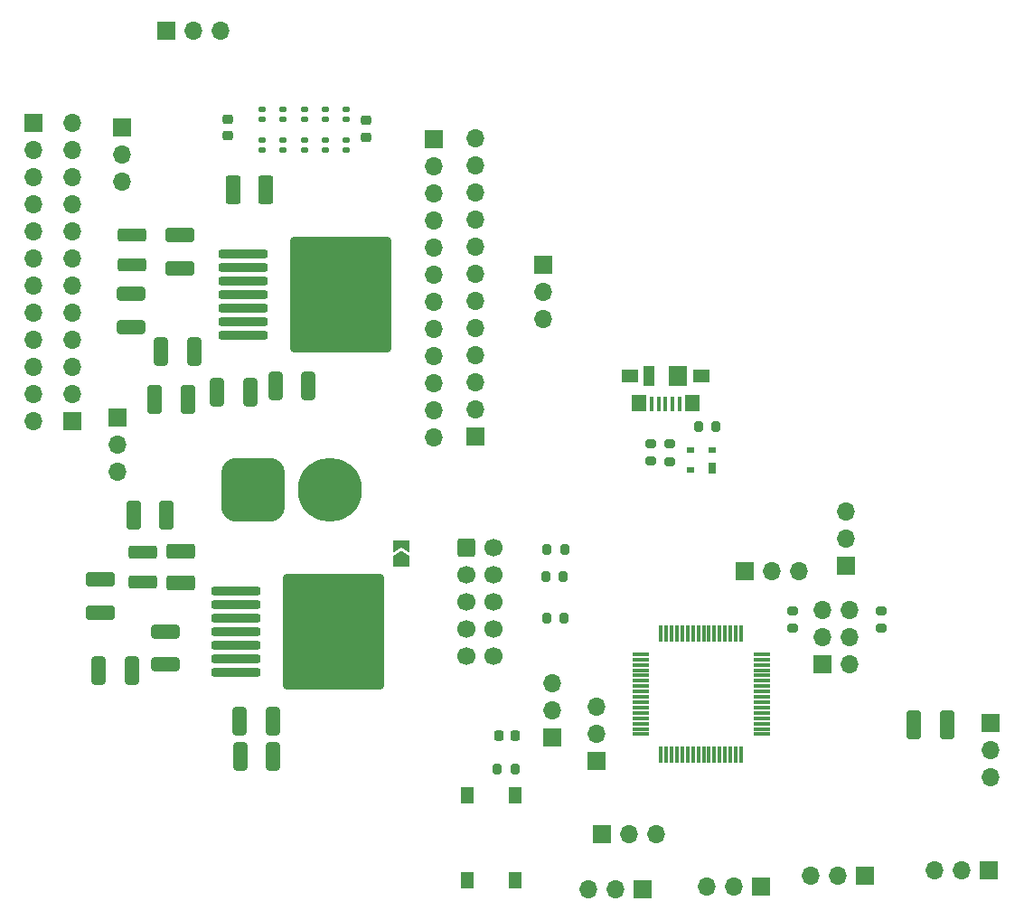
<source format=gbr>
%TF.GenerationSoftware,KiCad,Pcbnew,7.0.10*%
%TF.CreationDate,2024-03-18T15:21:50-05:00*%
%TF.ProjectId,PCB_R1,5043425f-5231-42e6-9b69-6361645f7063,rev?*%
%TF.SameCoordinates,Original*%
%TF.FileFunction,Soldermask,Top*%
%TF.FilePolarity,Negative*%
%FSLAX46Y46*%
G04 Gerber Fmt 4.6, Leading zero omitted, Abs format (unit mm)*
G04 Created by KiCad (PCBNEW 7.0.10) date 2024-03-18 15:21:50*
%MOMM*%
%LPD*%
G01*
G04 APERTURE LIST*
G04 Aperture macros list*
%AMRoundRect*
0 Rectangle with rounded corners*
0 $1 Rounding radius*
0 $2 $3 $4 $5 $6 $7 $8 $9 X,Y pos of 4 corners*
0 Add a 4 corners polygon primitive as box body*
4,1,4,$2,$3,$4,$5,$6,$7,$8,$9,$2,$3,0*
0 Add four circle primitives for the rounded corners*
1,1,$1+$1,$2,$3*
1,1,$1+$1,$4,$5*
1,1,$1+$1,$6,$7*
1,1,$1+$1,$8,$9*
0 Add four rect primitives between the rounded corners*
20,1,$1+$1,$2,$3,$4,$5,0*
20,1,$1+$1,$4,$5,$6,$7,0*
20,1,$1+$1,$6,$7,$8,$9,0*
20,1,$1+$1,$8,$9,$2,$3,0*%
%AMFreePoly0*
4,1,6,1.000000,0.000000,0.500000,-0.750000,-0.500000,-0.750000,-0.500000,0.750000,0.500000,0.750000,1.000000,0.000000,1.000000,0.000000,$1*%
%AMFreePoly1*
4,1,6,0.500000,-0.750000,-0.650000,-0.750000,-0.150000,0.000000,-0.650000,0.750000,0.500000,0.750000,0.500000,-0.750000,0.500000,-0.750000,$1*%
G04 Aperture macros list end*
%ADD10RoundRect,0.250000X1.075000X-0.400000X1.075000X0.400000X-1.075000X0.400000X-1.075000X-0.400000X0*%
%ADD11R,1.700000X1.700000*%
%ADD12O,1.700000X1.700000*%
%ADD13RoundRect,0.200000X0.275000X-0.200000X0.275000X0.200000X-0.275000X0.200000X-0.275000X-0.200000X0*%
%ADD14RoundRect,0.250000X0.400000X1.075000X-0.400000X1.075000X-0.400000X-1.075000X0.400000X-1.075000X0*%
%ADD15RoundRect,0.250000X-1.075000X0.375000X-1.075000X-0.375000X1.075000X-0.375000X1.075000X0.375000X0*%
%ADD16RoundRect,0.250000X-0.400000X-1.075000X0.400000X-1.075000X0.400000X1.075000X-0.400000X1.075000X0*%
%ADD17RoundRect,0.140000X0.170000X-0.140000X0.170000X0.140000X-0.170000X0.140000X-0.170000X-0.140000X0*%
%ADD18RoundRect,0.250001X1.074999X-0.462499X1.074999X0.462499X-1.074999X0.462499X-1.074999X-0.462499X0*%
%ADD19RoundRect,0.250000X-1.100000X0.412500X-1.100000X-0.412500X1.100000X-0.412500X1.100000X0.412500X0*%
%ADD20RoundRect,0.200000X-2.100000X-0.200000X2.100000X-0.200000X2.100000X0.200000X-2.100000X0.200000X0*%
%ADD21RoundRect,0.250002X-4.449998X-5.149998X4.449998X-5.149998X4.449998X5.149998X-4.449998X5.149998X0*%
%ADD22RoundRect,0.075000X0.075000X-0.700000X0.075000X0.700000X-0.075000X0.700000X-0.075000X-0.700000X0*%
%ADD23RoundRect,0.075000X0.700000X-0.075000X0.700000X0.075000X-0.700000X0.075000X-0.700000X-0.075000X0*%
%ADD24RoundRect,0.200000X0.200000X0.275000X-0.200000X0.275000X-0.200000X-0.275000X0.200000X-0.275000X0*%
%ADD25RoundRect,0.200000X-0.275000X0.200000X-0.275000X-0.200000X0.275000X-0.200000X0.275000X0.200000X0*%
%ADD26RoundRect,0.250001X-0.462499X-1.074999X0.462499X-1.074999X0.462499X1.074999X-0.462499X1.074999X0*%
%ADD27RoundRect,0.250000X-0.412500X-1.100000X0.412500X-1.100000X0.412500X1.100000X-0.412500X1.100000X0*%
%ADD28RoundRect,0.250000X-0.600000X-0.600000X0.600000X-0.600000X0.600000X0.600000X-0.600000X0.600000X0*%
%ADD29C,1.700000*%
%ADD30R,1.300000X1.550000*%
%ADD31RoundRect,1.500000X-1.500000X-1.500000X1.500000X-1.500000X1.500000X1.500000X-1.500000X1.500000X0*%
%ADD32C,6.000000*%
%ADD33R,0.450000X1.380000*%
%ADD34R,1.650000X1.300000*%
%ADD35R,1.425000X1.550000*%
%ADD36R,1.800000X1.900000*%
%ADD37R,1.000000X1.900000*%
%ADD38RoundRect,0.200000X-0.200000X-0.275000X0.200000X-0.275000X0.200000X0.275000X-0.200000X0.275000X0*%
%ADD39R,0.700000X1.000000*%
%ADD40R,0.700000X0.600000*%
%ADD41RoundRect,0.225000X0.225000X0.250000X-0.225000X0.250000X-0.225000X-0.250000X0.225000X-0.250000X0*%
%ADD42RoundRect,0.225000X0.250000X-0.225000X0.250000X0.225000X-0.250000X0.225000X-0.250000X-0.225000X0*%
%ADD43RoundRect,0.250000X1.075000X-0.375000X1.075000X0.375000X-1.075000X0.375000X-1.075000X-0.375000X0*%
%ADD44FreePoly0,90.000000*%
%ADD45FreePoly1,90.000000*%
G04 APERTURE END LIST*
D10*
%TO.C,R8*%
X68447000Y-92115586D03*
X68447000Y-89015586D03*
%TD*%
D11*
%TO.C,J9*%
X68492000Y-32745586D03*
D12*
X71032000Y-32745586D03*
X73572000Y-32745586D03*
%TD*%
D13*
%TO.C,R10*%
X127137500Y-88704500D03*
X127137500Y-87054500D03*
%TD*%
D11*
%TO.C,J1*%
X97412000Y-70725586D03*
D12*
X97412000Y-68185586D03*
X97412000Y-65645586D03*
X97412000Y-63105586D03*
X97412000Y-60565586D03*
X97412000Y-58025586D03*
X97412000Y-55485586D03*
X97412000Y-52945586D03*
X97412000Y-50405586D03*
X97412000Y-47865586D03*
X97412000Y-45325586D03*
X97412000Y-42785586D03*
%TD*%
D14*
%TO.C,R1*%
X81817000Y-65985586D03*
X78717000Y-65985586D03*
%TD*%
D11*
%TO.C,J6*%
X64365000Y-41825000D03*
D12*
X64365000Y-44365000D03*
X64365000Y-46905000D03*
%TD*%
D15*
%TO.C,L1*%
X65292000Y-51825586D03*
X65292000Y-54625586D03*
%TD*%
D11*
%TO.C,J17*%
X108817500Y-101094500D03*
D12*
X108817500Y-98554500D03*
X108817500Y-96014500D03*
%TD*%
D16*
%TO.C,R7*%
X62167000Y-92705586D03*
X65267000Y-92705586D03*
%TD*%
D11*
%TO.C,J11*%
X59692000Y-69325586D03*
D12*
X59692000Y-66785586D03*
X59692000Y-64245586D03*
X59692000Y-61705586D03*
X59692000Y-59165586D03*
X59692000Y-56625586D03*
X59692000Y-54085586D03*
X59692000Y-51545586D03*
X59692000Y-49005586D03*
X59692000Y-46465586D03*
X59692000Y-43925586D03*
X59692000Y-41385586D03*
%TD*%
D17*
%TO.C,C11*%
X79457000Y-41045586D03*
X79457000Y-40085586D03*
%TD*%
D18*
%TO.C,D2*%
X69820000Y-84450000D03*
X69820000Y-81475000D03*
%TD*%
D19*
%TO.C,C8*%
X69792000Y-51860586D03*
X69792000Y-54985586D03*
%TD*%
D13*
%TO.C,R11*%
X135427500Y-88704500D03*
X135427500Y-87054500D03*
%TD*%
D20*
%TO.C,U2*%
X75657000Y-53610586D03*
X75657000Y-54880586D03*
X75657000Y-56150586D03*
X75657000Y-57420586D03*
X75657000Y-58690586D03*
X75657000Y-59960586D03*
X75657000Y-61230586D03*
D21*
X84807000Y-57420586D03*
%TD*%
D22*
%TO.C,U1*%
X114832500Y-100559500D03*
X115332500Y-100559500D03*
X115832500Y-100559500D03*
X116332500Y-100559500D03*
X116832500Y-100559500D03*
X117332500Y-100559500D03*
X117832500Y-100559500D03*
X118332500Y-100559500D03*
X118832500Y-100559500D03*
X119332500Y-100559500D03*
X119832500Y-100559500D03*
X120332500Y-100559500D03*
X120832500Y-100559500D03*
X121332500Y-100559500D03*
X121832500Y-100559500D03*
X122332500Y-100559500D03*
D23*
X124257500Y-98634500D03*
X124257500Y-98134500D03*
X124257500Y-97634500D03*
X124257500Y-97134500D03*
X124257500Y-96634500D03*
X124257500Y-96134500D03*
X124257500Y-95634500D03*
X124257500Y-95134500D03*
X124257500Y-94634500D03*
X124257500Y-94134500D03*
X124257500Y-93634500D03*
X124257500Y-93134500D03*
X124257500Y-92634500D03*
X124257500Y-92134500D03*
X124257500Y-91634500D03*
X124257500Y-91134500D03*
D22*
X122332500Y-89209500D03*
X121832500Y-89209500D03*
X121332500Y-89209500D03*
X120832500Y-89209500D03*
X120332500Y-89209500D03*
X119832500Y-89209500D03*
X119332500Y-89209500D03*
X118832500Y-89209500D03*
X118332500Y-89209500D03*
X117832500Y-89209500D03*
X117332500Y-89209500D03*
X116832500Y-89209500D03*
X116332500Y-89209500D03*
X115832500Y-89209500D03*
X115332500Y-89209500D03*
X114832500Y-89209500D03*
D23*
X112907500Y-91134500D03*
X112907500Y-91634500D03*
X112907500Y-92134500D03*
X112907500Y-92634500D03*
X112907500Y-93134500D03*
X112907500Y-93634500D03*
X112907500Y-94134500D03*
X112907500Y-94634500D03*
X112907500Y-95134500D03*
X112907500Y-95634500D03*
X112907500Y-96134500D03*
X112907500Y-96634500D03*
X112907500Y-97134500D03*
X112907500Y-97634500D03*
X112907500Y-98134500D03*
X112907500Y-98634500D03*
%TD*%
D24*
%TO.C,R18*%
X105807500Y-81284500D03*
X104157500Y-81284500D03*
%TD*%
D17*
%TO.C,C1*%
X77487000Y-43915586D03*
X77487000Y-42955586D03*
%TD*%
%TO.C,C13*%
X83397000Y-41045586D03*
X83397000Y-40085586D03*
%TD*%
D24*
%TO.C,R17*%
X105667500Y-83894500D03*
X104017500Y-83894500D03*
%TD*%
D17*
%TO.C,C16*%
X85367000Y-41045586D03*
X85367000Y-40085586D03*
%TD*%
D25*
%TO.C,R13*%
X113917500Y-71414500D03*
X113917500Y-73064500D03*
%TD*%
D24*
%TO.C,R19*%
X105757500Y-87764500D03*
X104107500Y-87764500D03*
%TD*%
D10*
%TO.C,R6*%
X65152000Y-60475586D03*
X65152000Y-57375586D03*
%TD*%
D26*
%TO.C,D1*%
X74794500Y-47665586D03*
X77769500Y-47665586D03*
%TD*%
D27*
%TO.C,C14*%
X67362000Y-67285586D03*
X70487000Y-67285586D03*
%TD*%
D28*
%TO.C,J20*%
X96587500Y-81164500D03*
D29*
X99127500Y-81164500D03*
X96587500Y-83704500D03*
X99127500Y-83704500D03*
X96587500Y-86244500D03*
X99127500Y-86244500D03*
X96587500Y-88784500D03*
X99127500Y-88784500D03*
X96587500Y-91324500D03*
X99127500Y-91324500D03*
%TD*%
D11*
%TO.C,J18*%
X113157000Y-113134500D03*
D12*
X110617000Y-113134500D03*
X108077000Y-113134500D03*
%TD*%
D17*
%TO.C,C12*%
X81427000Y-41045586D03*
X81427000Y-40085586D03*
%TD*%
D30*
%TO.C,SW1*%
X96697500Y-112319500D03*
X96697500Y-104369500D03*
X101197500Y-112319500D03*
X101197500Y-104369500D03*
%TD*%
D11*
%TO.C,J27*%
X56052000Y-41335586D03*
D12*
X56052000Y-43875586D03*
X56052000Y-46415586D03*
X56052000Y-48955586D03*
X56052000Y-51495586D03*
X56052000Y-54035586D03*
X56052000Y-56575586D03*
X56052000Y-59115586D03*
X56052000Y-61655586D03*
X56052000Y-64195586D03*
X56052000Y-66735586D03*
X56052000Y-69275586D03*
%TD*%
D31*
%TO.C,J2*%
X76617000Y-75695586D03*
D32*
X83817000Y-75695586D03*
%TD*%
D14*
%TO.C,R3*%
X78487000Y-97435586D03*
X75387000Y-97435586D03*
%TD*%
%TO.C,R2*%
X76332000Y-66565586D03*
X73232000Y-66565586D03*
%TD*%
D17*
%TO.C,C5*%
X85367000Y-43915586D03*
X85367000Y-42955586D03*
%TD*%
D33*
%TO.C,J21*%
X116567500Y-67724500D03*
X115917500Y-67724500D03*
X115267500Y-67724500D03*
X114617500Y-67724500D03*
X113967500Y-67724500D03*
D34*
X118642500Y-65064500D03*
D35*
X117755000Y-67639500D03*
D36*
X116417500Y-65064500D03*
D37*
X113717500Y-65064500D03*
D35*
X112780000Y-67639500D03*
D34*
X111892500Y-65064500D03*
%TD*%
D38*
%TO.C,R9*%
X99497500Y-101904500D03*
X101147500Y-101904500D03*
%TD*%
D11*
%TO.C,J5*%
X63922000Y-68950586D03*
D12*
X63922000Y-71490586D03*
X63922000Y-74030586D03*
%TD*%
D39*
%TO.C,D3*%
X119607500Y-73694500D03*
D40*
X119607500Y-71994500D03*
X117607500Y-71994500D03*
X117607500Y-73894500D03*
%TD*%
D16*
%TO.C,R5*%
X68012000Y-62775586D03*
X71112000Y-62775586D03*
%TD*%
D11*
%TO.C,J12*%
X133970000Y-111912000D03*
D12*
X131430000Y-111912000D03*
X128890000Y-111912000D03*
%TD*%
D11*
%TO.C,J16*%
X104667500Y-98894500D03*
D12*
X104667500Y-96354500D03*
X104667500Y-93814500D03*
%TD*%
D25*
%TO.C,R15*%
X115697500Y-71424500D03*
X115697500Y-73074500D03*
%TD*%
D20*
%TO.C,U3*%
X75032000Y-85220586D03*
X75032000Y-86490586D03*
X75032000Y-87760586D03*
X75032000Y-89030586D03*
X75032000Y-90300586D03*
X75032000Y-91570586D03*
X75032000Y-92840586D03*
D21*
X84182000Y-89030586D03*
%TD*%
D27*
%TO.C,C15*%
X65412000Y-78090586D03*
X68537000Y-78090586D03*
%TD*%
D41*
%TO.C,C18*%
X101217500Y-98734500D03*
X99667500Y-98734500D03*
%TD*%
D17*
%TO.C,C10*%
X77487000Y-41045586D03*
X77487000Y-40085586D03*
%TD*%
D11*
%TO.C,J4*%
X103807000Y-54660586D03*
D12*
X103807000Y-57200586D03*
X103807000Y-59740586D03*
%TD*%
D42*
%TO.C,C7*%
X74247000Y-42570586D03*
X74247000Y-41020586D03*
%TD*%
D16*
%TO.C,R4*%
X75407000Y-100745586D03*
X78507000Y-100745586D03*
%TD*%
D17*
%TO.C,C3*%
X81427000Y-43915586D03*
X81427000Y-42955586D03*
%TD*%
D11*
%TO.C,J28*%
X93567000Y-42915586D03*
D12*
X93567000Y-45455586D03*
X93567000Y-47995586D03*
X93567000Y-50535586D03*
X93567000Y-53075586D03*
X93567000Y-55615586D03*
X93567000Y-58155586D03*
X93567000Y-60695586D03*
X93567000Y-63235586D03*
X93567000Y-65775586D03*
X93567000Y-68315586D03*
X93567000Y-70855586D03*
%TD*%
D11*
%TO.C,J3*%
X109287500Y-107994500D03*
D12*
X111827500Y-107994500D03*
X114367500Y-107994500D03*
%TD*%
D24*
%TO.C,R12*%
X120002500Y-69824500D03*
X118352500Y-69824500D03*
%TD*%
D11*
%TO.C,J15*%
X132187500Y-82864500D03*
D12*
X132187500Y-80324500D03*
X132187500Y-77784500D03*
%TD*%
D17*
%TO.C,C2*%
X79457000Y-43915586D03*
X79457000Y-42955586D03*
%TD*%
D19*
%TO.C,C9*%
X62347000Y-84130586D03*
X62347000Y-87255586D03*
%TD*%
D43*
%TO.C,L2*%
X66270000Y-84410000D03*
X66270000Y-81610000D03*
%TD*%
D27*
%TO.C,C17*%
X138505000Y-97734500D03*
X141630000Y-97734500D03*
%TD*%
D17*
%TO.C,C4*%
X83397000Y-43915586D03*
X83397000Y-42955586D03*
%TD*%
D42*
%TO.C,C6*%
X87207000Y-42685586D03*
X87207000Y-41135586D03*
%TD*%
D11*
%TO.C,J10*%
X122707500Y-83324500D03*
D12*
X125247500Y-83324500D03*
X127787500Y-83324500D03*
%TD*%
D11*
%TO.C,J14*%
X145717500Y-97614500D03*
D12*
X145717500Y-100154500D03*
X145717500Y-102694500D03*
%TD*%
D11*
%TO.C,J19*%
X124206000Y-112903000D03*
D12*
X121666000Y-112903000D03*
X119126000Y-112903000D03*
%TD*%
D11*
%TO.C,J7*%
X129957500Y-92084500D03*
D12*
X132497500Y-92084500D03*
X129957500Y-89544500D03*
X132497500Y-89544500D03*
X129957500Y-87004500D03*
X132497500Y-87004500D03*
%TD*%
D44*
%TO.C,JP1*%
X90470000Y-82460000D03*
D45*
X90470000Y-81010000D03*
%TD*%
D11*
%TO.C,J13*%
X145542000Y-111379000D03*
D12*
X143002000Y-111379000D03*
X140462000Y-111379000D03*
%TD*%
M02*

</source>
